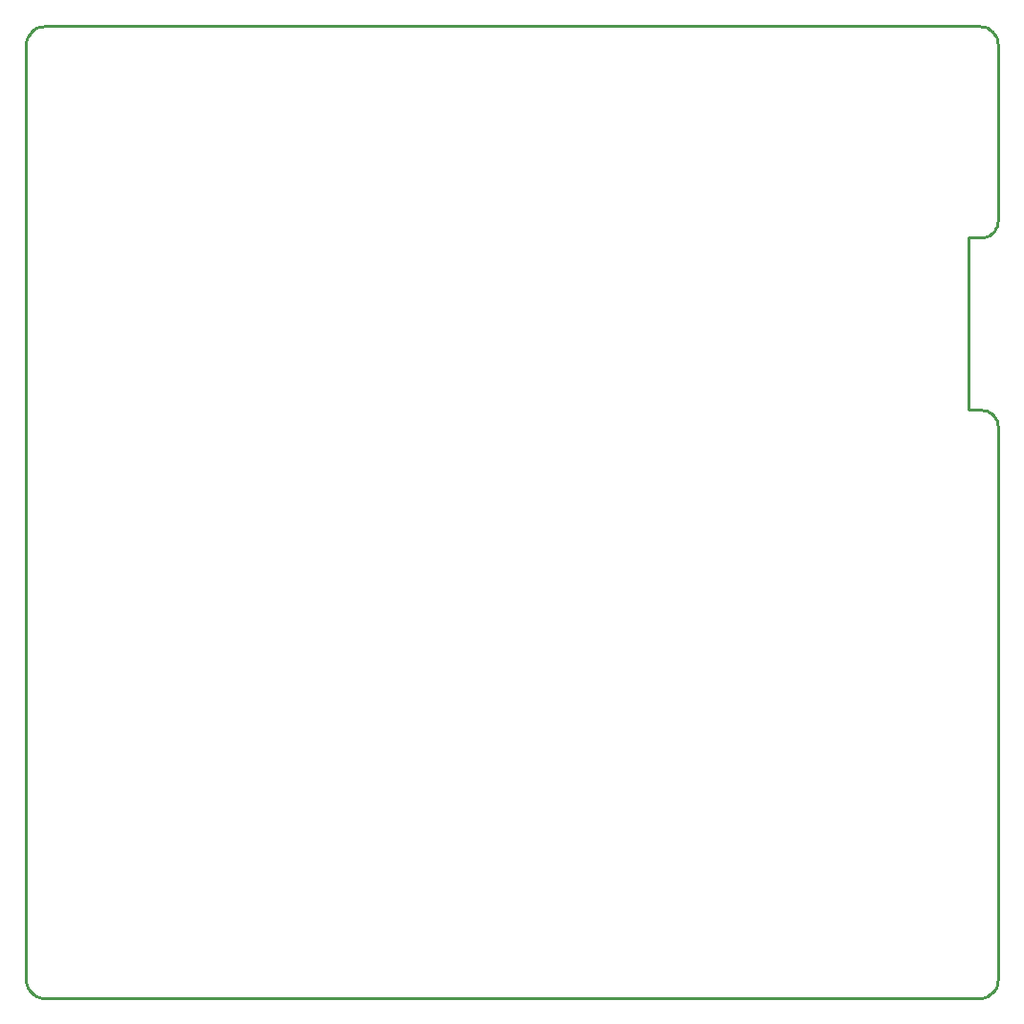
<source format=gbr>
G04*
G04 #@! TF.GenerationSoftware,Altium Limited,Altium Designer,24.1.2 (44)*
G04*
G04 Layer_Color=16711935*
%FSLAX44Y44*%
%MOMM*%
G71*
G04*
G04 #@! TF.SameCoordinates,D6F851DE-8FF1-4314-BFDA-1A364B18C842*
G04*
G04*
G04 #@! TF.FilePolarity,Positive*
G04*
G01*
G75*
%ADD20C,0.2540*%
D20*
X855000Y500497D02*
X854772Y503102D01*
X854096Y505628D01*
X852991Y507997D01*
X851491Y510139D01*
X849642Y511988D01*
X847500Y513488D01*
X845130Y514593D01*
X842605Y515269D01*
X840000Y515497D01*
X838000Y-5000D02*
X840655Y-4791D01*
X843245Y-4171D01*
X845707Y-3153D01*
X847979Y-1763D01*
X850006Y-36D01*
X851739Y1987D01*
X853134Y4256D01*
X854158Y6715D01*
X854785Y9303D01*
X855000Y11958D01*
X12000Y855000D02*
X9347Y854792D01*
X6758Y854172D01*
X4298Y853156D01*
X2027Y851768D01*
X0Y850042D01*
X-1732Y848022D01*
X-3128Y845755D01*
X-4153Y843299D01*
X-4782Y840713D01*
X-5000Y838060D01*
X-5000Y12000D02*
X-4792Y9347D01*
X-4172Y6758D01*
X-3155Y4298D01*
X-1767Y2027D01*
X-42Y0D01*
X1979Y-1732D01*
X4245Y-3128D01*
X6701Y-4153D01*
X9288Y-4782D01*
X11940Y-5000D01*
X855000Y838000D02*
X854792Y840654D01*
X854172Y843242D01*
X853156Y845702D01*
X851768Y847973D01*
X850042Y850000D01*
X848022Y851732D01*
X845755Y853128D01*
X843299Y854153D01*
X840713Y854782D01*
X838060Y855000D01*
X840000Y668057D02*
X842600Y668284D01*
X845122Y668959D01*
X847488Y670060D01*
X849627Y671554D01*
X851475Y673397D01*
X852976Y675532D01*
X854084Y677895D01*
X854766Y680415D01*
X855000Y683014D01*
X828860Y668057D02*
X840000D01*
X855000Y12000D02*
Y500497D01*
X828860Y515497D02*
Y668057D01*
X12000Y855000D02*
X838000D01*
X12000Y-5000D02*
X838000D01*
X855000Y683057D02*
Y838000D01*
X-5000Y12000D02*
Y838000D01*
X828860Y515497D02*
X840000D01*
M02*

</source>
